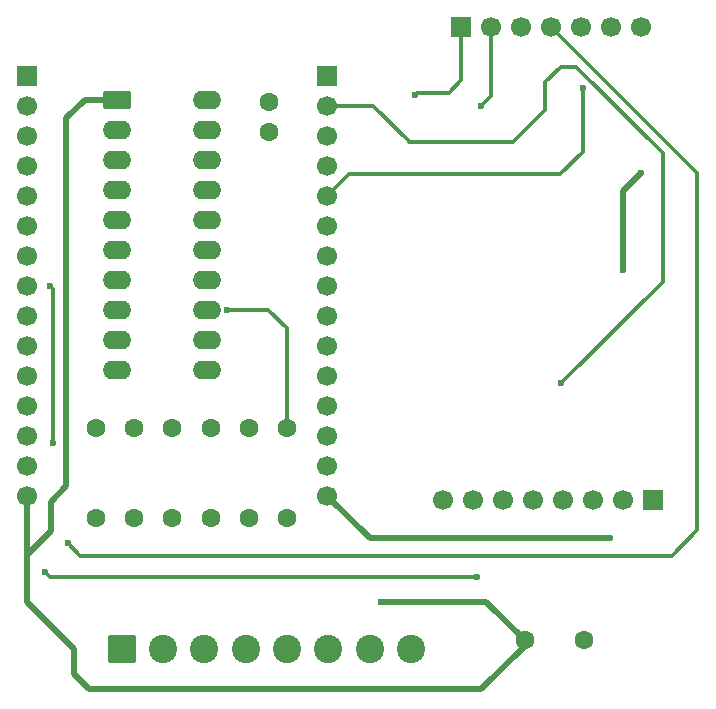
<source format=gbl>
%TF.GenerationSoftware,KiCad,Pcbnew,9.0.5*%
%TF.CreationDate,2025-12-28T14:17:38+02:00*%
%TF.ProjectId,base-schematic-02,62617365-2d73-4636-9865-6d617469632d,rev?*%
%TF.SameCoordinates,Original*%
%TF.FileFunction,Copper,L2,Bot*%
%TF.FilePolarity,Positive*%
%FSLAX46Y46*%
G04 Gerber Fmt 4.6, Leading zero omitted, Abs format (unit mm)*
G04 Created by KiCad (PCBNEW 9.0.5) date 2025-12-28 14:17:38*
%MOMM*%
%LPD*%
G01*
G04 APERTURE LIST*
G04 Aperture macros list*
%AMRoundRect*
0 Rectangle with rounded corners*
0 $1 Rounding radius*
0 $2 $3 $4 $5 $6 $7 $8 $9 X,Y pos of 4 corners*
0 Add a 4 corners polygon primitive as box body*
4,1,4,$2,$3,$4,$5,$6,$7,$8,$9,$2,$3,0*
0 Add four circle primitives for the rounded corners*
1,1,$1+$1,$2,$3*
1,1,$1+$1,$4,$5*
1,1,$1+$1,$6,$7*
1,1,$1+$1,$8,$9*
0 Add four rect primitives between the rounded corners*
20,1,$1+$1,$2,$3,$4,$5,0*
20,1,$1+$1,$4,$5,$6,$7,0*
20,1,$1+$1,$6,$7,$8,$9,0*
20,1,$1+$1,$8,$9,$2,$3,0*%
G04 Aperture macros list end*
%TA.AperFunction,ComponentPad*%
%ADD10C,1.600000*%
%TD*%
%TA.AperFunction,ComponentPad*%
%ADD11C,2.400000*%
%TD*%
%TA.AperFunction,ComponentPad*%
%ADD12RoundRect,0.250001X-0.949999X-0.949999X0.949999X-0.949999X0.949999X0.949999X-0.949999X0.949999X0*%
%TD*%
%TA.AperFunction,ComponentPad*%
%ADD13R,1.700000X1.700000*%
%TD*%
%TA.AperFunction,ComponentPad*%
%ADD14C,1.700000*%
%TD*%
%TA.AperFunction,ComponentPad*%
%ADD15RoundRect,0.250000X-0.950000X-0.550000X0.950000X-0.550000X0.950000X0.550000X-0.950000X0.550000X0*%
%TD*%
%TA.AperFunction,ComponentPad*%
%ADD16O,2.400000X1.600000*%
%TD*%
%TA.AperFunction,ViaPad*%
%ADD17C,0.600000*%
%TD*%
%TA.AperFunction,Conductor*%
%ADD18C,0.500000*%
%TD*%
%TA.AperFunction,Conductor*%
%ADD19C,0.300000*%
%TD*%
G04 APERTURE END LIST*
D10*
%TO.P,C2,1*%
%TO.N,VIN*%
X96160000Y-107270000D03*
%TO.P,C2,2*%
%TO.N,GND*%
X101160000Y-107270000D03*
%TD*%
D11*
%TO.P,J4,8,Pin_8*%
%TO.N,GND*%
X86500000Y-108000000D03*
%TO.P,J4,7,Pin_7*%
%TO.N,VIN*%
X83000000Y-108000000D03*
%TO.P,J4,6,Pin_6*%
%TO.N,Net-(J4-Pin_6)*%
X79500000Y-108000000D03*
%TO.P,J4,5,Pin_5*%
%TO.N,Net-(J4-Pin_5)*%
X76000000Y-108000000D03*
%TO.P,J4,4,Pin_4*%
%TO.N,Net-(J4-Pin_4)*%
X72500000Y-108000000D03*
%TO.P,J4,3,Pin_3*%
%TO.N,Net-(J4-Pin_3)*%
X69000000Y-108000000D03*
%TO.P,J4,2,Pin_2*%
%TO.N,Net-(J4-Pin_2)*%
X65500000Y-108000000D03*
D12*
%TO.P,J4,1,Pin_1*%
%TO.N,Net-(J4-Pin_1)*%
X62000000Y-108000000D03*
%TD*%
D10*
%TO.P,C1,1*%
%TO.N,VIN*%
X74440000Y-61710000D03*
%TO.P,C1,2*%
%TO.N,GND*%
X74440000Y-64210000D03*
%TD*%
D13*
%TO.P,J2,1,Pin_1*%
%TO.N,D23*%
X79400000Y-59460000D03*
D14*
%TO.P,J2,2,Pin_2*%
%TO.N,D22*%
X79400000Y-62000000D03*
%TO.P,J2,3,Pin_3*%
%TO.N,unconnected-(J2-Pin_3-Pad3)*%
X79400000Y-64540000D03*
%TO.P,J2,4,Pin_4*%
%TO.N,unconnected-(J2-Pin_4-Pad4)*%
X79400000Y-67080000D03*
%TO.P,J2,5,Pin_5*%
%TO.N,D21*%
X79400000Y-69620000D03*
%TO.P,J2,6,Pin_6*%
%TO.N,D19*%
X79400000Y-72160000D03*
%TO.P,J2,7,Pin_7*%
%TO.N,D18*%
X79400000Y-74700000D03*
%TO.P,J2,8,Pin_8*%
%TO.N,unconnected-(J2-Pin_8-Pad8)*%
X79400000Y-77240000D03*
%TO.P,J2,9,Pin_9*%
%TO.N,unconnected-(J2-Pin_9-Pad9)*%
X79400000Y-79780000D03*
%TO.P,J2,10,Pin_10*%
%TO.N,unconnected-(J2-Pin_10-Pad10)*%
X79400000Y-82320000D03*
%TO.P,J2,11,Pin_11*%
%TO.N,unconnected-(J2-Pin_11-Pad11)*%
X79400000Y-84860000D03*
%TO.P,J2,12,Pin_12*%
%TO.N,unconnected-(J2-Pin_12-Pad12)*%
X79400000Y-87400000D03*
%TO.P,J2,13,Pin_13*%
%TO.N,unconnected-(J2-Pin_13-Pad13)*%
X79400000Y-89940000D03*
%TO.P,J2,14,Pin_14*%
%TO.N,GND*%
X79400000Y-92480000D03*
%TO.P,J2,15,Pin_15*%
%TO.N,3V3*%
X79400000Y-95020000D03*
%TD*%
D13*
%TO.P,J1,1,Pin_1*%
%TO.N,unconnected-(J1-Pin_1-Pad1)*%
X54000000Y-59460000D03*
D14*
%TO.P,J1,2,Pin_2*%
%TO.N,unconnected-(J1-Pin_2-Pad2)*%
X54000000Y-62000000D03*
%TO.P,J1,3,Pin_3*%
%TO.N,unconnected-(J1-Pin_3-Pad3)*%
X54000000Y-64540000D03*
%TO.P,J1,4,Pin_4*%
%TO.N,unconnected-(J1-Pin_4-Pad4)*%
X54000000Y-67080000D03*
%TO.P,J1,5,Pin_5*%
%TO.N,unconnected-(J1-Pin_5-Pad5)*%
X54000000Y-69620000D03*
%TO.P,J1,6,Pin_6*%
%TO.N,D32*%
X54000000Y-72160000D03*
%TO.P,J1,7,Pin_7*%
%TO.N,D33*%
X54000000Y-74700000D03*
%TO.P,J1,8,Pin_8*%
%TO.N,D25*%
X54000000Y-77240000D03*
%TO.P,J1,9,Pin_9*%
%TO.N,D26*%
X54000000Y-79780000D03*
%TO.P,J1,10,Pin_10*%
%TO.N,D27*%
X54000000Y-82320000D03*
%TO.P,J1,11,Pin_11*%
%TO.N,D14*%
X54000000Y-84860000D03*
%TO.P,J1,12,Pin_12*%
%TO.N,D12*%
X54000000Y-87400000D03*
%TO.P,J1,13,Pin_13*%
%TO.N,D13*%
X54000000Y-89940000D03*
%TO.P,J1,14,Pin_14*%
%TO.N,unconnected-(J1-Pin_14-Pad14)*%
X54000000Y-92480000D03*
%TO.P,J1,15,Pin_15*%
%TO.N,VIN*%
X54000000Y-95020000D03*
%TD*%
D10*
%TO.P,R2,1*%
%TO.N,Net-(U1-B1)*%
X63053000Y-89255000D03*
%TO.P,R2,2*%
%TO.N,Net-(J4-Pin_2)*%
X63053000Y-96875000D03*
%TD*%
%TO.P,R1,1*%
%TO.N,Net-(U1-B0)*%
X59810000Y-89255000D03*
%TO.P,R1,2*%
%TO.N,Net-(J4-Pin_1)*%
X59810000Y-96875000D03*
%TD*%
D13*
%TO.P,J3-DAC1,1,Pin_1*%
%TO.N,D19*%
X90750000Y-55325000D03*
D14*
%TO.P,J3-DAC1,2,Pin_2*%
%TO.N,D18*%
X93290000Y-55325000D03*
%TO.P,J3-DAC1,3,Pin_3*%
%TO.N,D23*%
X95830000Y-55325000D03*
%TO.P,J3-DAC1,4,Pin_4*%
%TO.N,D25*%
X98370000Y-55325000D03*
%TO.P,J3-DAC1,5,Pin_5*%
%TO.N,D21*%
X100910000Y-55325000D03*
%TO.P,J3-DAC1,6,Pin_6*%
%TO.N,GND*%
X103450000Y-55325000D03*
%TO.P,J3-DAC1,7,Pin_7*%
%TO.N,3V3*%
X105990000Y-55325000D03*
%TD*%
D10*
%TO.P,R4,1*%
%TO.N,Net-(U1-B3)*%
X69539000Y-89255000D03*
%TO.P,R4,2*%
%TO.N,Net-(J4-Pin_4)*%
X69539000Y-96875000D03*
%TD*%
%TO.P,R6,1*%
%TO.N,Net-(U1-B5)*%
X76025000Y-89255000D03*
%TO.P,R6,2*%
%TO.N,Net-(J4-Pin_6)*%
X76025000Y-96875000D03*
%TD*%
%TO.P,R5,1*%
%TO.N,Net-(U1-B4)*%
X72782000Y-89255000D03*
%TO.P,R5,2*%
%TO.N,Net-(J4-Pin_5)*%
X72782000Y-96875000D03*
%TD*%
%TO.P,R3,1*%
%TO.N,Net-(U1-B2)*%
X66296000Y-89255000D03*
%TO.P,R3,2*%
%TO.N,Net-(J4-Pin_3)*%
X66296000Y-96875000D03*
%TD*%
D15*
%TO.P,U1,1,A->B*%
%TO.N,VIN*%
X61650000Y-61510000D03*
D16*
%TO.P,U1,2,A0*%
%TO.N,D32*%
X61650000Y-64050000D03*
%TO.P,U1,3,A1*%
%TO.N,D33*%
X61650000Y-66590000D03*
%TO.P,U1,4,A2*%
%TO.N,D26*%
X61650000Y-69130000D03*
%TO.P,U1,5,A3*%
%TO.N,D27*%
X61650000Y-71670000D03*
%TO.P,U1,6,A4*%
%TO.N,D14*%
X61650000Y-74210000D03*
%TO.P,U1,7,A5*%
%TO.N,D12*%
X61650000Y-76750000D03*
%TO.P,U1,8,A6*%
%TO.N,unconnected-(U1-A6-Pad8)*%
X61650000Y-79290000D03*
%TO.P,U1,9,A7*%
%TO.N,unconnected-(U1-A7-Pad9)*%
X61650000Y-81830000D03*
%TO.P,U1,10,GND*%
%TO.N,GND*%
X61650000Y-84370000D03*
%TO.P,U1,11,B7*%
%TO.N,unconnected-(U1-B7-Pad11)*%
X69270000Y-84370000D03*
%TO.P,U1,12,B6*%
%TO.N,unconnected-(U1-B6-Pad12)*%
X69270000Y-81830000D03*
%TO.P,U1,13,B5*%
%TO.N,Net-(U1-B5)*%
X69270000Y-79290000D03*
%TO.P,U1,14,B4*%
%TO.N,Net-(U1-B4)*%
X69270000Y-76750000D03*
%TO.P,U1,15,B3*%
%TO.N,Net-(U1-B3)*%
X69270000Y-74210000D03*
%TO.P,U1,16,B2*%
%TO.N,Net-(U1-B2)*%
X69270000Y-71670000D03*
%TO.P,U1,17,B1*%
%TO.N,Net-(U1-B1)*%
X69270000Y-69130000D03*
%TO.P,U1,18,B0*%
%TO.N,Net-(U1-B0)*%
X69270000Y-66590000D03*
%TO.P,U1,19,CE*%
%TO.N,GND*%
X69270000Y-64050000D03*
%TO.P,U1,20,VCC*%
%TO.N,VIN*%
X69270000Y-61510000D03*
%TD*%
D13*
%TO.P,J4-IMU1,1,Pin_1*%
%TO.N,GND*%
X107009138Y-95394959D03*
D14*
%TO.P,J4-IMU1,2,Pin_2*%
%TO.N,3V3*%
X104469138Y-95394959D03*
%TO.P,J4-IMU1,3,Pin_3*%
%TO.N,unconnected-(J4-IMU1-Pin_3-Pad3)*%
X101929138Y-95394959D03*
%TO.P,J4-IMU1,4,Pin_4*%
%TO.N,unconnected-(J4-IMU1-Pin_4-Pad4)*%
X99389138Y-95394959D03*
%TO.P,J4-IMU1,5,Pin_5*%
%TO.N,unconnected-(J4-IMU1-Pin_5-Pad5)*%
X96849138Y-95394959D03*
%TO.P,J4-IMU1,6,Pin_6*%
%TO.N,unconnected-(J4-IMU1-Pin_6-Pad6)*%
X94309138Y-95394959D03*
%TO.P,J4-IMU1,7,Pin_7*%
%TO.N,D13*%
X91769138Y-95394959D03*
%TO.P,J4-IMU1,8,Pin_8*%
%TO.N,D22*%
X89229138Y-95394959D03*
%TD*%
D17*
%TO.N,D13*%
X55500000Y-101500000D03*
X92101041Y-101898959D03*
%TO.N,VIN*%
X84000000Y-104000000D03*
%TO.N,D25*%
X55950000Y-77225000D03*
X56225000Y-90550000D03*
X57450000Y-99050000D03*
%TO.N,D21*%
X101025000Y-60450000D03*
%TO.N,D22*%
X99175000Y-85500000D03*
%TO.N,3V3*%
X105990000Y-67685000D03*
X103375000Y-98625000D03*
X104469138Y-75894138D03*
%TO.N,D18*%
X92425000Y-62050000D03*
%TO.N,D19*%
X86825000Y-61075000D03*
%TO.N,Net-(U1-B5)*%
X70925000Y-79275000D03*
%TD*%
D18*
%TO.N,VIN*%
X96160000Y-107700000D02*
X96160000Y-107270000D01*
X92470000Y-111390000D02*
X96160000Y-107700000D01*
X59260000Y-111390000D02*
X92470000Y-111390000D01*
X58000000Y-108000000D02*
X58000000Y-110130000D01*
X58000000Y-110130000D02*
X59260000Y-111390000D01*
X54000000Y-100000000D02*
X54000000Y-104000000D01*
X54000000Y-104000000D02*
X58000000Y-108000000D01*
X56000000Y-95550000D02*
X56000000Y-98000000D01*
X56000000Y-98000000D02*
X54000000Y-100000000D01*
X57325000Y-94225000D02*
X56000000Y-95550000D01*
X57325000Y-63025000D02*
X57325000Y-94225000D01*
X58867840Y-61482160D02*
X57325000Y-63025000D01*
X61650000Y-61482160D02*
X58867840Y-61482160D01*
X92890000Y-104000000D02*
X84000000Y-104000000D01*
X96160000Y-107270000D02*
X92890000Y-104000000D01*
D19*
%TO.N,D13*%
X55898959Y-101898959D02*
X92101041Y-101898959D01*
X55500000Y-101500000D02*
X55898959Y-101898959D01*
D18*
%TO.N,VIN*%
X54000000Y-100000000D02*
X54000000Y-95020000D01*
D19*
%TO.N,D25*%
X57450000Y-99050000D02*
X58500000Y-100100000D01*
X58500000Y-100100000D02*
X108575000Y-100100000D01*
X98600322Y-55555322D02*
X98370000Y-55555322D01*
X56225000Y-90550000D02*
X56225000Y-77500000D01*
X110750000Y-67705000D02*
X98600322Y-55555322D01*
X110750000Y-97925000D02*
X110750000Y-67705000D01*
X56225000Y-77500000D02*
X55950000Y-77225000D01*
X108575000Y-100100000D02*
X110750000Y-97925000D01*
%TO.N,D21*%
X101025000Y-60450000D02*
X101025000Y-65900000D01*
X81220000Y-67800000D02*
X79781630Y-69238370D01*
X99125000Y-67800000D02*
X81220000Y-67800000D01*
X79781630Y-69238370D02*
X79781630Y-69620000D01*
X101025000Y-65900000D02*
X99125000Y-67800000D01*
%TO.N,D22*%
X86300000Y-65000000D02*
X83300000Y-62000000D01*
X97875000Y-59975000D02*
X97875000Y-62325000D01*
X86300000Y-65050000D02*
X86300000Y-65000000D01*
X100450000Y-58675000D02*
X99175000Y-58675000D01*
X107800000Y-76875000D02*
X107800000Y-66025000D01*
X97875000Y-62325000D02*
X95150000Y-65050000D01*
X107800000Y-66025000D02*
X100450000Y-58675000D01*
X95150000Y-65050000D02*
X86300000Y-65050000D01*
X99175000Y-58675000D02*
X97875000Y-59975000D01*
X83300000Y-62000000D02*
X79400000Y-62000000D01*
X99175000Y-85500000D02*
X107800000Y-76875000D01*
D18*
%TO.N,3V3*%
X104450000Y-69225000D02*
X105925000Y-67750000D01*
X83005000Y-98625000D02*
X79400000Y-95020000D01*
X104450000Y-75875000D02*
X104450000Y-69225000D01*
X103375000Y-98625000D02*
X83005000Y-98625000D01*
D19*
%TO.N,D18*%
X92425000Y-62050000D02*
X93275000Y-61200000D01*
X93275000Y-55555322D02*
X93290000Y-55555322D01*
X93275000Y-61200000D02*
X93275000Y-55555322D01*
%TO.N,D19*%
X90750000Y-59850000D02*
X90750000Y-55325000D01*
X87000000Y-60900000D02*
X89700000Y-60900000D01*
X89700000Y-60900000D02*
X90750000Y-59850000D01*
X86825000Y-61075000D02*
X87000000Y-60900000D01*
%TO.N,Net-(U1-B5)*%
X70925000Y-79275000D02*
X74400000Y-79275000D01*
X74400000Y-79275000D02*
X75975000Y-80850000D01*
X75975000Y-88921387D02*
X76025000Y-88921387D01*
X75975000Y-80850000D02*
X75975000Y-88921387D01*
%TD*%
M02*

</source>
